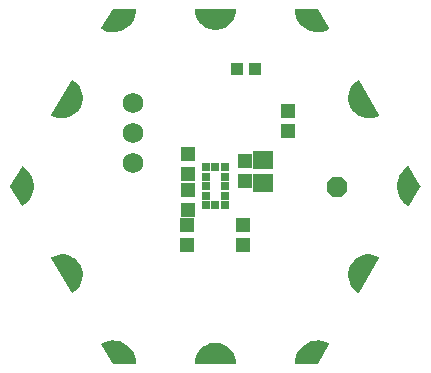
<source format=gbr>
G04 EAGLE Gerber RS-274X export*
G75*
%MOMM*%
%FSLAX34Y34*%
%LPD*%
%INSoldermask Top*%
%IPPOS*%
%AMOC8*
5,1,8,0,0,1.08239X$1,22.5*%
G01*
%ADD10R,1.203200X1.303200*%
%ADD11R,1.703200X1.503200*%
%ADD12R,1.003200X1.003200*%
%ADD13R,1.303200X1.203200*%
%ADD14P,1.869504X8X22.500000*%
%ADD15C,1.727200*%
%ADD16C,1.203200*%
%ADD17R,0.703200X0.703200*%

G36*
X839354Y395607D02*
X839354Y395607D01*
X839383Y395604D01*
X839450Y395626D01*
X839520Y395640D01*
X839544Y395657D01*
X839572Y395666D01*
X839625Y395713D01*
X839684Y395753D01*
X839700Y395777D01*
X839722Y395797D01*
X839753Y395861D01*
X839791Y395920D01*
X839796Y395949D01*
X839808Y395975D01*
X839817Y396075D01*
X839824Y396117D01*
X839821Y396127D01*
X839823Y396141D01*
X839591Y398939D01*
X839581Y398973D01*
X839577Y399021D01*
X838888Y401742D01*
X838873Y401774D01*
X838861Y401820D01*
X837733Y404392D01*
X837713Y404420D01*
X837694Y404464D01*
X836158Y406815D01*
X836134Y406839D01*
X836108Y406880D01*
X834206Y408945D01*
X834178Y408966D01*
X834145Y409001D01*
X831930Y410726D01*
X831899Y410741D01*
X831861Y410771D01*
X829391Y412107D01*
X829358Y412117D01*
X829316Y412140D01*
X828130Y412548D01*
X826676Y413047D01*
X826660Y413052D01*
X826626Y413057D01*
X826580Y413072D01*
X823811Y413534D01*
X823776Y413533D01*
X823729Y413541D01*
X820921Y413541D01*
X820887Y413534D01*
X820839Y413534D01*
X818070Y413072D01*
X818037Y413060D01*
X817990Y413052D01*
X815334Y412140D01*
X815304Y412123D01*
X815259Y412107D01*
X812789Y410771D01*
X812763Y410749D01*
X812720Y410726D01*
X810505Y409001D01*
X810482Y408975D01*
X810444Y408945D01*
X808542Y406880D01*
X808524Y406850D01*
X808492Y406815D01*
X806956Y404464D01*
X806943Y404432D01*
X806917Y404392D01*
X805789Y401820D01*
X805782Y401787D01*
X805779Y401780D01*
X805773Y401771D01*
X805772Y401765D01*
X805762Y401742D01*
X805073Y399021D01*
X805071Y398986D01*
X805059Y398939D01*
X804827Y396141D01*
X804831Y396112D01*
X804826Y396083D01*
X804843Y396014D01*
X804851Y395944D01*
X804865Y395918D01*
X804872Y395890D01*
X804914Y395833D01*
X804949Y395771D01*
X804973Y395753D01*
X804990Y395730D01*
X805051Y395694D01*
X805108Y395651D01*
X805136Y395643D01*
X805161Y395628D01*
X805259Y395612D01*
X805300Y395601D01*
X805311Y395603D01*
X805325Y395601D01*
X839325Y395601D01*
X839354Y395607D01*
G37*
G36*
X823763Y678666D02*
X823763Y678666D01*
X823811Y678666D01*
X826580Y679128D01*
X826613Y679140D01*
X826660Y679148D01*
X829316Y680060D01*
X829346Y680077D01*
X829391Y680093D01*
X831861Y681429D01*
X831887Y681451D01*
X831930Y681474D01*
X834145Y683199D01*
X834168Y683225D01*
X834206Y683255D01*
X836108Y685320D01*
X836126Y685350D01*
X836158Y685385D01*
X837694Y687736D01*
X837707Y687768D01*
X837733Y687808D01*
X838861Y690380D01*
X838868Y690413D01*
X838888Y690458D01*
X839577Y693179D01*
X839579Y693214D01*
X839591Y693261D01*
X839823Y696059D01*
X839819Y696088D01*
X839824Y696117D01*
X839808Y696186D01*
X839799Y696256D01*
X839785Y696282D01*
X839778Y696310D01*
X839736Y696367D01*
X839701Y696429D01*
X839677Y696447D01*
X839660Y696470D01*
X839599Y696506D01*
X839542Y696549D01*
X839514Y696557D01*
X839489Y696572D01*
X839391Y696588D01*
X839350Y696599D01*
X839339Y696597D01*
X839325Y696599D01*
X805325Y696599D01*
X805296Y696593D01*
X805267Y696596D01*
X805200Y696574D01*
X805130Y696560D01*
X805106Y696543D01*
X805078Y696534D01*
X805025Y696487D01*
X804966Y696447D01*
X804951Y696423D01*
X804929Y696403D01*
X804897Y696339D01*
X804859Y696280D01*
X804854Y696251D01*
X804842Y696225D01*
X804833Y696125D01*
X804826Y696083D01*
X804829Y696073D01*
X804827Y696059D01*
X805059Y693261D01*
X805069Y693227D01*
X805073Y693179D01*
X805762Y690458D01*
X805777Y690426D01*
X805789Y690380D01*
X806917Y687808D01*
X806937Y687780D01*
X806956Y687736D01*
X808492Y685385D01*
X808516Y685361D01*
X808542Y685320D01*
X810444Y683255D01*
X810472Y683234D01*
X810505Y683199D01*
X812720Y681474D01*
X812751Y681459D01*
X812789Y681429D01*
X815259Y680093D01*
X815292Y680083D01*
X815334Y680060D01*
X817990Y679148D01*
X818024Y679144D01*
X818070Y679128D01*
X820839Y678666D01*
X820874Y678667D01*
X820921Y678659D01*
X823729Y678659D01*
X823763Y678666D01*
G37*
G36*
X700932Y455910D02*
X700932Y455910D01*
X701003Y455907D01*
X701030Y455917D01*
X701059Y455919D01*
X701149Y455961D01*
X701189Y455976D01*
X701197Y455984D01*
X701210Y455990D01*
X703513Y457589D01*
X703537Y457615D01*
X703577Y457642D01*
X705586Y459599D01*
X705605Y459628D01*
X705640Y459661D01*
X707299Y461922D01*
X707314Y461953D01*
X707343Y461992D01*
X708607Y464495D01*
X708616Y464529D01*
X708638Y464572D01*
X709474Y467249D01*
X709477Y467283D01*
X709492Y467329D01*
X709875Y470108D01*
X709873Y470142D01*
X709879Y470190D01*
X709800Y472993D01*
X709792Y473027D01*
X709791Y473075D01*
X709252Y475827D01*
X709238Y475859D01*
X709229Y475907D01*
X708244Y478532D01*
X708229Y478557D01*
X708224Y478577D01*
X708216Y478588D01*
X708209Y478607D01*
X706805Y481035D01*
X706782Y481061D01*
X706758Y481103D01*
X704974Y483266D01*
X704947Y483288D01*
X704916Y483325D01*
X702800Y485166D01*
X702770Y485183D01*
X702734Y485215D01*
X700343Y486682D01*
X700311Y486693D01*
X700270Y486719D01*
X697671Y487772D01*
X697637Y487779D01*
X697592Y487797D01*
X694855Y488408D01*
X694820Y488409D01*
X694773Y488420D01*
X691973Y488572D01*
X691939Y488567D01*
X691891Y488570D01*
X689103Y488260D01*
X689070Y488249D01*
X689022Y488244D01*
X686324Y487479D01*
X686294Y487463D01*
X686247Y487450D01*
X683712Y486251D01*
X683688Y486234D01*
X683661Y486224D01*
X683609Y486175D01*
X683552Y486132D01*
X683538Y486107D01*
X683517Y486087D01*
X683488Y486022D01*
X683452Y485961D01*
X683449Y485932D01*
X683437Y485905D01*
X683436Y485834D01*
X683427Y485763D01*
X683435Y485735D01*
X683435Y485706D01*
X683469Y485613D01*
X683481Y485572D01*
X683488Y485563D01*
X683493Y485550D01*
X700493Y456150D01*
X700512Y456128D01*
X700525Y456102D01*
X700578Y456054D01*
X700625Y456001D01*
X700651Y455989D01*
X700673Y455969D01*
X700740Y455946D01*
X700804Y455916D01*
X700833Y455914D01*
X700861Y455905D01*
X700932Y455910D01*
G37*
G36*
X952711Y603633D02*
X952711Y603633D01*
X952759Y603630D01*
X955547Y603940D01*
X955580Y603951D01*
X955628Y603956D01*
X958326Y604721D01*
X958356Y604737D01*
X958403Y604750D01*
X960938Y605949D01*
X960962Y605966D01*
X960989Y605976D01*
X961041Y606025D01*
X961098Y606068D01*
X961112Y606093D01*
X961134Y606113D01*
X961162Y606178D01*
X961198Y606240D01*
X961201Y606268D01*
X961213Y606295D01*
X961214Y606366D01*
X961223Y606437D01*
X961215Y606465D01*
X961215Y606494D01*
X961181Y606587D01*
X961169Y606628D01*
X961162Y606637D01*
X961157Y606650D01*
X944157Y636050D01*
X944138Y636072D01*
X944125Y636098D01*
X944072Y636146D01*
X944025Y636199D01*
X943999Y636211D01*
X943977Y636231D01*
X943910Y636254D01*
X943846Y636284D01*
X943817Y636286D01*
X943789Y636295D01*
X943718Y636290D01*
X943647Y636293D01*
X943620Y636283D01*
X943591Y636281D01*
X943501Y636239D01*
X943461Y636224D01*
X943453Y636216D01*
X943440Y636210D01*
X941137Y634611D01*
X941113Y634586D01*
X941073Y634558D01*
X939064Y632601D01*
X939045Y632572D01*
X939010Y632539D01*
X937351Y630278D01*
X937336Y630247D01*
X937307Y630208D01*
X936043Y627705D01*
X936034Y627671D01*
X936012Y627628D01*
X935176Y624951D01*
X935173Y624917D01*
X935158Y624871D01*
X934775Y622092D01*
X934777Y622058D01*
X934771Y622010D01*
X934850Y619207D01*
X934858Y619173D01*
X934859Y619125D01*
X935398Y616373D01*
X935412Y616341D01*
X935421Y616293D01*
X936406Y613668D01*
X936424Y613638D01*
X936441Y613593D01*
X937845Y611165D01*
X937868Y611139D01*
X937892Y611098D01*
X939676Y608934D01*
X939703Y608912D01*
X939734Y608875D01*
X941850Y607034D01*
X941880Y607017D01*
X941916Y606986D01*
X944307Y605518D01*
X944339Y605507D01*
X944380Y605481D01*
X946979Y604428D01*
X947013Y604421D01*
X947058Y604403D01*
X949795Y603792D01*
X949830Y603791D01*
X949877Y603780D01*
X952677Y603628D01*
X952711Y603633D01*
G37*
G36*
X943751Y455911D02*
X943751Y455911D01*
X943822Y455910D01*
X943849Y455921D01*
X943878Y455925D01*
X943940Y455959D01*
X944005Y455987D01*
X944026Y456008D01*
X944051Y456022D01*
X944114Y456098D01*
X944144Y456129D01*
X944148Y456139D01*
X944157Y456150D01*
X961157Y485550D01*
X961166Y485578D01*
X961183Y485602D01*
X961198Y485671D01*
X961220Y485739D01*
X961218Y485768D01*
X961224Y485796D01*
X961211Y485866D01*
X961205Y485937D01*
X961192Y485963D01*
X961186Y485991D01*
X961146Y486050D01*
X961114Y486113D01*
X961091Y486132D01*
X961075Y486156D01*
X960993Y486213D01*
X960960Y486240D01*
X960950Y486243D01*
X960938Y486251D01*
X958403Y487450D01*
X958369Y487458D01*
X958326Y487479D01*
X955628Y488244D01*
X955593Y488246D01*
X955547Y488260D01*
X952759Y488570D01*
X952725Y488567D01*
X952677Y488572D01*
X949877Y488420D01*
X949843Y488411D01*
X949795Y488408D01*
X947058Y487797D01*
X947026Y487783D01*
X946979Y487772D01*
X944380Y486719D01*
X944351Y486700D01*
X944307Y486682D01*
X941916Y485215D01*
X941891Y485191D01*
X941850Y485166D01*
X939734Y483325D01*
X939713Y483298D01*
X939676Y483266D01*
X937892Y481103D01*
X937876Y481072D01*
X937845Y481035D01*
X936441Y478607D01*
X936430Y478574D01*
X936423Y478561D01*
X936413Y478547D01*
X936413Y478544D01*
X936406Y478532D01*
X935421Y475907D01*
X935415Y475872D01*
X935398Y475827D01*
X934859Y473075D01*
X934859Y473041D01*
X934850Y472993D01*
X934771Y470190D01*
X934777Y470156D01*
X934775Y470108D01*
X935158Y467329D01*
X935170Y467297D01*
X935176Y467249D01*
X936012Y464572D01*
X936029Y464541D01*
X936043Y464495D01*
X937307Y461992D01*
X937329Y461965D01*
X937351Y461922D01*
X939010Y459661D01*
X939036Y459638D01*
X939064Y459599D01*
X941073Y457642D01*
X941102Y457623D01*
X941137Y457589D01*
X943440Y455990D01*
X943467Y455978D01*
X943490Y455960D01*
X943558Y455939D01*
X943623Y455911D01*
X943652Y455911D01*
X943680Y455903D01*
X943751Y455911D01*
G37*
G36*
X694773Y603780D02*
X694773Y603780D01*
X694807Y603789D01*
X694855Y603792D01*
X697592Y604403D01*
X697624Y604417D01*
X697671Y604428D01*
X700270Y605481D01*
X700299Y605500D01*
X700343Y605518D01*
X702734Y606986D01*
X702759Y607009D01*
X702800Y607034D01*
X704916Y608875D01*
X704937Y608902D01*
X704974Y608934D01*
X706758Y611098D01*
X706774Y611128D01*
X706805Y611165D01*
X708209Y613593D01*
X708220Y613626D01*
X708244Y613668D01*
X709229Y616293D01*
X709235Y616328D01*
X709252Y616373D01*
X709791Y619125D01*
X709791Y619160D01*
X709800Y619207D01*
X709879Y622010D01*
X709874Y622044D01*
X709875Y622092D01*
X709492Y624871D01*
X709480Y624903D01*
X709474Y624951D01*
X708638Y627628D01*
X708621Y627659D01*
X708607Y627705D01*
X707343Y630208D01*
X707321Y630235D01*
X707299Y630278D01*
X705640Y632539D01*
X705614Y632562D01*
X705586Y632601D01*
X703577Y634558D01*
X703548Y634577D01*
X703513Y634611D01*
X701210Y636210D01*
X701183Y636222D01*
X701160Y636240D01*
X701092Y636261D01*
X701027Y636289D01*
X700998Y636289D01*
X700970Y636297D01*
X700899Y636289D01*
X700828Y636290D01*
X700801Y636279D01*
X700772Y636275D01*
X700710Y636241D01*
X700645Y636213D01*
X700624Y636192D01*
X700599Y636178D01*
X700536Y636102D01*
X700506Y636071D01*
X700502Y636061D01*
X700493Y636050D01*
X683493Y606650D01*
X683484Y606622D01*
X683467Y606598D01*
X683452Y606529D01*
X683430Y606461D01*
X683432Y606432D01*
X683426Y606404D01*
X683439Y606334D01*
X683445Y606263D01*
X683458Y606237D01*
X683464Y606209D01*
X683504Y606150D01*
X683536Y606087D01*
X683559Y606068D01*
X683575Y606044D01*
X683657Y605987D01*
X683690Y605960D01*
X683700Y605957D01*
X683712Y605949D01*
X686247Y604750D01*
X686281Y604742D01*
X686324Y604721D01*
X689022Y603956D01*
X689057Y603954D01*
X689103Y603940D01*
X691891Y603630D01*
X691925Y603633D01*
X691973Y603628D01*
X694773Y603780D01*
G37*
G36*
X986052Y529111D02*
X986052Y529111D01*
X986123Y529111D01*
X986150Y529122D01*
X986179Y529125D01*
X986241Y529160D01*
X986306Y529188D01*
X986327Y529208D01*
X986352Y529223D01*
X986415Y529300D01*
X986445Y529330D01*
X986449Y529340D01*
X986458Y529351D01*
X995958Y545851D01*
X995968Y545883D01*
X995977Y545896D01*
X995981Y545920D01*
X995982Y545924D01*
X996013Y545994D01*
X996013Y546018D01*
X996021Y546040D01*
X996015Y546116D01*
X996016Y546193D01*
X996006Y546217D01*
X996005Y546238D01*
X995984Y546277D01*
X995958Y546349D01*
X986458Y562849D01*
X986439Y562871D01*
X986426Y562897D01*
X986373Y562945D01*
X986326Y562998D01*
X986300Y563011D01*
X986279Y563030D01*
X986211Y563053D01*
X986147Y563084D01*
X986118Y563086D01*
X986091Y563095D01*
X986019Y563090D01*
X985948Y563093D01*
X985921Y563083D01*
X985892Y563081D01*
X985802Y563039D01*
X985762Y563024D01*
X985754Y563017D01*
X985741Y563011D01*
X983218Y561269D01*
X983194Y561245D01*
X983156Y561218D01*
X980944Y559094D01*
X980925Y559066D01*
X980891Y559034D01*
X979049Y556583D01*
X979035Y556552D01*
X979006Y556515D01*
X977581Y553800D01*
X977572Y553769D01*
X977556Y553744D01*
X977555Y553736D01*
X977550Y553726D01*
X976579Y550818D01*
X976575Y550784D01*
X976560Y550740D01*
X976068Y547713D01*
X976069Y547679D01*
X976061Y547633D01*
X976061Y544567D01*
X976062Y544563D01*
X976062Y544561D01*
X976068Y544534D01*
X976068Y544487D01*
X976560Y541460D01*
X976572Y541429D01*
X976579Y541382D01*
X977550Y538474D01*
X977567Y538445D01*
X977581Y538400D01*
X979006Y535685D01*
X979028Y535659D01*
X979049Y535617D01*
X980891Y533166D01*
X980916Y533143D01*
X980944Y533106D01*
X983156Y530982D01*
X983184Y530964D01*
X983218Y530931D01*
X985741Y529189D01*
X985768Y529178D01*
X985790Y529159D01*
X985859Y529139D01*
X985924Y529111D01*
X985953Y529111D01*
X985981Y529103D01*
X986052Y529111D01*
G37*
G36*
X658631Y529110D02*
X658631Y529110D01*
X658702Y529107D01*
X658729Y529117D01*
X658758Y529119D01*
X658848Y529161D01*
X658888Y529176D01*
X658896Y529183D01*
X658909Y529189D01*
X661432Y530931D01*
X661456Y530955D01*
X661494Y530982D01*
X663706Y533106D01*
X663725Y533134D01*
X663759Y533166D01*
X665601Y535617D01*
X665615Y535648D01*
X665644Y535685D01*
X667069Y538400D01*
X667078Y538433D01*
X667100Y538474D01*
X668071Y541382D01*
X668075Y541416D01*
X668090Y541460D01*
X668582Y544487D01*
X668581Y544521D01*
X668589Y544567D01*
X668589Y547633D01*
X668582Y547666D01*
X668582Y547713D01*
X668090Y550740D01*
X668078Y550771D01*
X668071Y550818D01*
X667100Y553726D01*
X667087Y553749D01*
X667081Y553774D01*
X667074Y553783D01*
X667069Y553800D01*
X665644Y556515D01*
X665622Y556541D01*
X665601Y556583D01*
X663759Y559034D01*
X663734Y559057D01*
X663706Y559094D01*
X661494Y561218D01*
X661466Y561236D01*
X661432Y561269D01*
X658909Y563011D01*
X658882Y563022D01*
X658860Y563041D01*
X658791Y563061D01*
X658726Y563089D01*
X658697Y563089D01*
X658669Y563097D01*
X658598Y563089D01*
X658527Y563090D01*
X658500Y563078D01*
X658471Y563075D01*
X658409Y563040D01*
X658344Y563012D01*
X658323Y562992D01*
X658298Y562977D01*
X658235Y562900D01*
X658205Y562870D01*
X658201Y562860D01*
X658192Y562849D01*
X648692Y546349D01*
X648668Y546276D01*
X648637Y546206D01*
X648637Y546182D01*
X648629Y546160D01*
X648636Y546084D01*
X648635Y546007D01*
X648644Y545983D01*
X648645Y545962D01*
X648666Y545923D01*
X648685Y545871D01*
X648686Y545865D01*
X648688Y545863D01*
X648692Y545851D01*
X658192Y529351D01*
X658211Y529329D01*
X658224Y529303D01*
X658277Y529255D01*
X658324Y529202D01*
X658350Y529189D01*
X658372Y529170D01*
X658439Y529147D01*
X658503Y529116D01*
X658532Y529115D01*
X658559Y529105D01*
X658631Y529110D01*
G37*
G36*
X909001Y395616D02*
X909001Y395616D01*
X909079Y395625D01*
X909098Y395636D01*
X909120Y395640D01*
X909184Y395684D01*
X909252Y395723D01*
X909268Y395742D01*
X909284Y395753D01*
X909308Y395791D01*
X909358Y395851D01*
X918858Y412351D01*
X918867Y412378D01*
X918883Y412402D01*
X918898Y412472D01*
X918921Y412540D01*
X918918Y412568D01*
X918924Y412596D01*
X918911Y412667D01*
X918905Y412738D01*
X918892Y412763D01*
X918886Y412791D01*
X918846Y412851D01*
X918813Y412914D01*
X918791Y412932D01*
X918775Y412956D01*
X918692Y413014D01*
X918660Y413041D01*
X918649Y413044D01*
X918639Y413051D01*
X915873Y414360D01*
X915840Y414368D01*
X915797Y414388D01*
X912857Y415236D01*
X912823Y415239D01*
X912779Y415252D01*
X909741Y415617D01*
X909707Y415614D01*
X909660Y415620D01*
X906603Y415493D01*
X906570Y415485D01*
X906523Y415484D01*
X903526Y414868D01*
X903495Y414855D01*
X903449Y414846D01*
X900589Y413757D01*
X900561Y413739D01*
X900517Y413723D01*
X897869Y412189D01*
X897843Y412167D01*
X897803Y412144D01*
X895435Y410206D01*
X895413Y410179D01*
X895377Y410150D01*
X893350Y407857D01*
X893334Y407828D01*
X893302Y407793D01*
X891670Y405205D01*
X891658Y405173D01*
X891633Y405134D01*
X890437Y402317D01*
X890430Y402284D01*
X890427Y402277D01*
X890423Y402271D01*
X890422Y402265D01*
X890411Y402241D01*
X889683Y399269D01*
X889681Y399235D01*
X889670Y399190D01*
X889427Y396140D01*
X889431Y396111D01*
X889426Y396083D01*
X889443Y396014D01*
X889451Y395942D01*
X889466Y395918D01*
X889472Y395890D01*
X889515Y395832D01*
X889551Y395770D01*
X889573Y395753D01*
X889590Y395730D01*
X889652Y395693D01*
X889709Y395650D01*
X889737Y395643D01*
X889761Y395628D01*
X889861Y395612D01*
X889902Y395601D01*
X889912Y395603D01*
X889925Y395601D01*
X908925Y395601D01*
X909001Y395616D01*
G37*
G36*
X909694Y676585D02*
X909694Y676585D01*
X909741Y676583D01*
X912779Y676948D01*
X912811Y676959D01*
X912857Y676964D01*
X915797Y677812D01*
X915827Y677828D01*
X915873Y677840D01*
X918639Y679149D01*
X918661Y679166D01*
X918688Y679176D01*
X918740Y679225D01*
X918798Y679268D01*
X918812Y679293D01*
X918833Y679312D01*
X918862Y679378D01*
X918898Y679440D01*
X918901Y679468D01*
X918913Y679494D01*
X918914Y679566D01*
X918923Y679637D01*
X918915Y679664D01*
X918916Y679693D01*
X918880Y679788D01*
X918869Y679828D01*
X918862Y679837D01*
X918858Y679849D01*
X909358Y696349D01*
X909306Y696408D01*
X909260Y696470D01*
X909241Y696481D01*
X909226Y696498D01*
X909156Y696532D01*
X909089Y696572D01*
X909065Y696576D01*
X909047Y696584D01*
X909002Y696586D01*
X908925Y696599D01*
X889925Y696599D01*
X889897Y696594D01*
X889869Y696596D01*
X889801Y696574D01*
X889730Y696560D01*
X889707Y696544D01*
X889680Y696535D01*
X889625Y696488D01*
X889566Y696447D01*
X889551Y696423D01*
X889530Y696405D01*
X889498Y696340D01*
X889459Y696280D01*
X889454Y696252D01*
X889442Y696226D01*
X889433Y696125D01*
X889426Y696083D01*
X889428Y696073D01*
X889427Y696060D01*
X889670Y693010D01*
X889679Y692978D01*
X889683Y692931D01*
X890411Y689959D01*
X890426Y689928D01*
X890437Y689883D01*
X891633Y687066D01*
X891652Y687038D01*
X891670Y686995D01*
X893302Y684407D01*
X893326Y684383D01*
X893350Y684343D01*
X895377Y682050D01*
X895404Y682030D01*
X895435Y681994D01*
X897803Y680056D01*
X897833Y680040D01*
X897869Y680011D01*
X900517Y678478D01*
X900549Y678467D01*
X900589Y678443D01*
X903449Y677355D01*
X903482Y677349D01*
X903526Y677332D01*
X906523Y676716D01*
X906557Y676716D01*
X906603Y676707D01*
X909660Y676580D01*
X909694Y676585D01*
G37*
G36*
X754753Y395606D02*
X754753Y395606D01*
X754781Y395604D01*
X754849Y395626D01*
X754920Y395640D01*
X754943Y395656D01*
X754970Y395665D01*
X755025Y395712D01*
X755084Y395753D01*
X755099Y395777D01*
X755121Y395795D01*
X755152Y395860D01*
X755191Y395920D01*
X755196Y395948D01*
X755208Y395974D01*
X755217Y396075D01*
X755224Y396117D01*
X755222Y396127D01*
X755223Y396140D01*
X754980Y399190D01*
X754971Y399222D01*
X754967Y399269D01*
X754239Y402241D01*
X754224Y402272D01*
X754213Y402317D01*
X753017Y405134D01*
X752998Y405162D01*
X752980Y405205D01*
X751348Y407793D01*
X751324Y407817D01*
X751300Y407857D01*
X749273Y410150D01*
X749246Y410170D01*
X749215Y410206D01*
X746848Y412144D01*
X746817Y412160D01*
X746781Y412189D01*
X744133Y413723D01*
X744101Y413733D01*
X744061Y413757D01*
X741201Y414846D01*
X741168Y414851D01*
X741124Y414868D01*
X738127Y415484D01*
X738093Y415484D01*
X738047Y415493D01*
X734990Y415620D01*
X734956Y415615D01*
X734909Y415617D01*
X731871Y415252D01*
X731839Y415241D01*
X731793Y415236D01*
X728853Y414388D01*
X728823Y414372D01*
X728778Y414360D01*
X726012Y413051D01*
X725989Y413034D01*
X725962Y413024D01*
X725910Y412975D01*
X725852Y412932D01*
X725838Y412907D01*
X725817Y412888D01*
X725788Y412822D01*
X725752Y412760D01*
X725749Y412732D01*
X725737Y412706D01*
X725736Y412634D01*
X725727Y412563D01*
X725735Y412536D01*
X725735Y412507D01*
X725770Y412412D01*
X725781Y412372D01*
X725788Y412363D01*
X725792Y412351D01*
X735292Y395851D01*
X735344Y395793D01*
X735390Y395730D01*
X735409Y395719D01*
X735424Y395702D01*
X735494Y395668D01*
X735561Y395628D01*
X735586Y395624D01*
X735603Y395616D01*
X735648Y395614D01*
X735725Y395601D01*
X754725Y395601D01*
X754753Y395606D01*
G37*
G36*
X738047Y676707D02*
X738047Y676707D01*
X738080Y676715D01*
X738127Y676716D01*
X741124Y677332D01*
X741155Y677345D01*
X741201Y677355D01*
X744061Y678443D01*
X744090Y678461D01*
X744133Y678478D01*
X746781Y680011D01*
X746807Y680033D01*
X746848Y680056D01*
X749215Y681994D01*
X749237Y682021D01*
X749273Y682050D01*
X751300Y684343D01*
X751317Y684372D01*
X751348Y684407D01*
X752980Y686995D01*
X752992Y687027D01*
X753017Y687066D01*
X754213Y689883D01*
X754220Y689916D01*
X754239Y689959D01*
X754967Y692931D01*
X754969Y692965D01*
X754980Y693010D01*
X755223Y696060D01*
X755219Y696089D01*
X755224Y696117D01*
X755207Y696186D01*
X755199Y696258D01*
X755185Y696282D01*
X755178Y696310D01*
X755135Y696368D01*
X755100Y696430D01*
X755077Y696447D01*
X755060Y696470D01*
X754998Y696507D01*
X754941Y696550D01*
X754913Y696557D01*
X754889Y696572D01*
X754789Y696588D01*
X754748Y696599D01*
X754738Y696597D01*
X754725Y696599D01*
X735725Y696599D01*
X735649Y696584D01*
X735571Y696575D01*
X735552Y696564D01*
X735530Y696560D01*
X735466Y696516D01*
X735398Y696477D01*
X735382Y696458D01*
X735366Y696447D01*
X735342Y696409D01*
X735292Y696349D01*
X725792Y679849D01*
X725783Y679822D01*
X725767Y679798D01*
X725752Y679728D01*
X725729Y679660D01*
X725732Y679632D01*
X725726Y679604D01*
X725740Y679534D01*
X725745Y679462D01*
X725758Y679437D01*
X725764Y679409D01*
X725804Y679349D01*
X725837Y679286D01*
X725859Y679268D01*
X725875Y679244D01*
X725958Y679186D01*
X725990Y679159D01*
X726001Y679156D01*
X726012Y679149D01*
X728778Y677840D01*
X728811Y677832D01*
X728853Y677812D01*
X731793Y676964D01*
X731827Y676961D01*
X731871Y676948D01*
X734909Y676583D01*
X734943Y676586D01*
X734990Y676580D01*
X738047Y676707D01*
G37*
D10*
X847725Y567697D03*
X847725Y550697D03*
D11*
X862806Y568300D03*
X862806Y549300D03*
D12*
X841019Y645716D03*
X856019Y645716D03*
D13*
X883841Y593163D03*
X883841Y610163D03*
D14*
X925116Y545306D03*
D15*
X752475Y616347D03*
X752475Y590947D03*
X752475Y565547D03*
D16*
X904925Y689200D03*
X987525Y546100D03*
X904925Y403000D03*
X739725Y403000D03*
X657125Y546100D03*
X739725Y689200D03*
X946225Y617600D03*
X946225Y474600D03*
X822325Y403000D03*
X698425Y474600D03*
X698425Y617600D03*
X822325Y689200D03*
D13*
X798513Y513325D03*
X798513Y496325D03*
X799306Y543091D03*
X799306Y526091D03*
X845741Y513325D03*
X845741Y496325D03*
X799306Y556650D03*
X799306Y573650D03*
D17*
X830325Y562100D03*
X830325Y554100D03*
X830325Y546100D03*
X830325Y538100D03*
X830325Y530100D03*
X822325Y530100D03*
X814325Y530100D03*
X814325Y538100D03*
X814325Y546100D03*
X814325Y554100D03*
X814325Y562100D03*
X822325Y562100D03*
M02*

</source>
